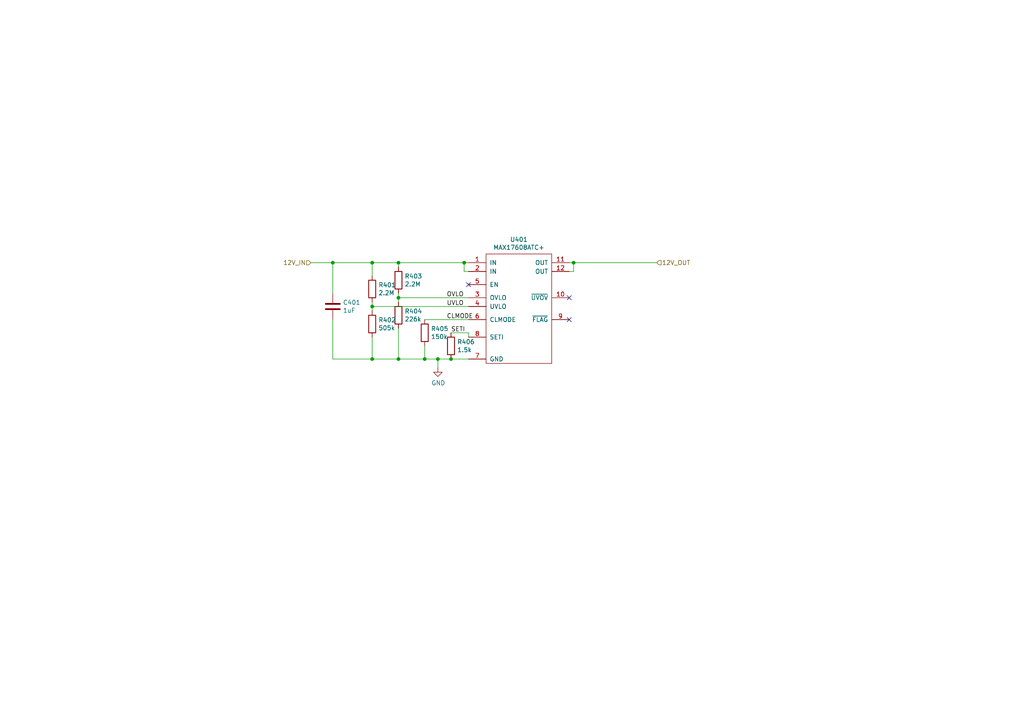
<source format=kicad_sch>
(kicad_sch (version 20211123) (generator eeschema)

  (uuid 5a390647-51ba-4684-b747-9001f749ff71)

  (paper "A4")

  (lib_symbols
    (symbol "Device:C" (pin_numbers hide) (pin_names (offset 0.254)) (in_bom yes) (on_board yes)
      (property "Reference" "C" (id 0) (at 0.635 2.54 0)
        (effects (font (size 1.27 1.27)) (justify left))
      )
      (property "Value" "C" (id 1) (at 0.635 -2.54 0)
        (effects (font (size 1.27 1.27)) (justify left))
      )
      (property "Footprint" "" (id 2) (at 0.9652 -3.81 0)
        (effects (font (size 1.27 1.27)) hide)
      )
      (property "Datasheet" "~" (id 3) (at 0 0 0)
        (effects (font (size 1.27 1.27)) hide)
      )
      (property "ki_keywords" "cap capacitor" (id 4) (at 0 0 0)
        (effects (font (size 1.27 1.27)) hide)
      )
      (property "ki_description" "Unpolarized capacitor" (id 5) (at 0 0 0)
        (effects (font (size 1.27 1.27)) hide)
      )
      (property "ki_fp_filters" "C_*" (id 6) (at 0 0 0)
        (effects (font (size 1.27 1.27)) hide)
      )
      (symbol "C_0_1"
        (polyline
          (pts
            (xy -2.032 -0.762)
            (xy 2.032 -0.762)
          )
          (stroke (width 0.508) (type default) (color 0 0 0 0))
          (fill (type none))
        )
        (polyline
          (pts
            (xy -2.032 0.762)
            (xy 2.032 0.762)
          )
          (stroke (width 0.508) (type default) (color 0 0 0 0))
          (fill (type none))
        )
      )
      (symbol "C_1_1"
        (pin passive line (at 0 3.81 270) (length 2.794)
          (name "~" (effects (font (size 1.27 1.27))))
          (number "1" (effects (font (size 1.27 1.27))))
        )
        (pin passive line (at 0 -3.81 90) (length 2.794)
          (name "~" (effects (font (size 1.27 1.27))))
          (number "2" (effects (font (size 1.27 1.27))))
        )
      )
    )
    (symbol "Device:R" (pin_numbers hide) (pin_names (offset 0)) (in_bom yes) (on_board yes)
      (property "Reference" "R" (id 0) (at 2.032 0 90)
        (effects (font (size 1.27 1.27)))
      )
      (property "Value" "R" (id 1) (at 0 0 90)
        (effects (font (size 1.27 1.27)))
      )
      (property "Footprint" "" (id 2) (at -1.778 0 90)
        (effects (font (size 1.27 1.27)) hide)
      )
      (property "Datasheet" "~" (id 3) (at 0 0 0)
        (effects (font (size 1.27 1.27)) hide)
      )
      (property "ki_keywords" "R res resistor" (id 4) (at 0 0 0)
        (effects (font (size 1.27 1.27)) hide)
      )
      (property "ki_description" "Resistor" (id 5) (at 0 0 0)
        (effects (font (size 1.27 1.27)) hide)
      )
      (property "ki_fp_filters" "R_*" (id 6) (at 0 0 0)
        (effects (font (size 1.27 1.27)) hide)
      )
      (symbol "R_0_1"
        (rectangle (start -1.016 -2.54) (end 1.016 2.54)
          (stroke (width 0.254) (type default) (color 0 0 0 0))
          (fill (type none))
        )
      )
      (symbol "R_1_1"
        (pin passive line (at 0 3.81 270) (length 1.27)
          (name "~" (effects (font (size 1.27 1.27))))
          (number "1" (effects (font (size 1.27 1.27))))
        )
        (pin passive line (at 0 -3.81 90) (length 1.27)
          (name "~" (effects (font (size 1.27 1.27))))
          (number "2" (effects (font (size 1.27 1.27))))
        )
      )
    )
    (symbol "LHRE_Component_Library:MAX17608ATC+" (pin_names (offset 1.016)) (in_bom yes) (on_board yes)
      (property "Reference" "U" (id 0) (at -11.43 13.97 0)
        (effects (font (size 1.27 1.27)))
      )
      (property "Value" "LHRE_Component_Library_MAX17608ATC+" (id 1) (at 7.62 13.97 0)
        (effects (font (size 1.27 1.27)))
      )
      (property "Footprint" "" (id 2) (at 0 0 0)
        (effects (font (size 1.27 1.27)) hide)
      )
      (property "Datasheet" "" (id 3) (at -11.43 13.97 0)
        (effects (font (size 1.27 1.27)) hide)
      )
      (property "Manufacturer" "Maxim Integrated" (id 4) (at -8.89 16.51 0)
        (effects (font (size 1.27 1.27)) hide)
      )
      (property "Part Number" "MAX1760ATC+" (id 5) (at -6.35 19.05 0)
        (effects (font (size 1.27 1.27)) hide)
      )
      (property "Description" "IC 1A OVP/OVC REV PROTECT TDFN" (id 6) (at -3.81 21.59 0)
        (effects (font (size 1.27 1.27)) hide)
      )
      (property "Package" "12-TDFN" (id 7) (at -1.27 24.13 0)
        (effects (font (size 1.27 1.27)) hide)
      )
      (symbol "MAX17608ATC+_0_1"
        (rectangle (start 10.16 12.7) (end -8.89 -19.05)
          (stroke (width 0) (type default) (color 0 0 0 0))
          (fill (type none))
        )
      )
      (symbol "MAX17608ATC+_1_1"
        (pin power_in line (at -13.97 10.16 0) (length 5.08)
          (name "IN" (effects (font (size 1.27 1.27))))
          (number "1" (effects (font (size 1.27 1.27))))
        )
        (pin output line (at 15.24 0 180) (length 5.08)
          (name "~{UVOV}" (effects (font (size 1.27 1.27))))
          (number "10" (effects (font (size 1.27 1.27))))
        )
        (pin power_out line (at 15.24 10.16 180) (length 5.08)
          (name "OUT" (effects (font (size 1.27 1.27))))
          (number "11" (effects (font (size 1.27 1.27))))
        )
        (pin power_out line (at 15.24 7.62 180) (length 5.08)
          (name "OUT" (effects (font (size 1.27 1.27))))
          (number "12" (effects (font (size 1.27 1.27))))
        )
        (pin power_in line (at -13.97 7.62 0) (length 5.08)
          (name "IN" (effects (font (size 1.27 1.27))))
          (number "2" (effects (font (size 1.27 1.27))))
        )
        (pin input line (at -13.97 0 0) (length 5.08)
          (name "OVLO" (effects (font (size 1.27 1.27))))
          (number "3" (effects (font (size 1.27 1.27))))
        )
        (pin input line (at -13.97 -2.54 0) (length 5.08)
          (name "UVLO" (effects (font (size 1.27 1.27))))
          (number "4" (effects (font (size 1.27 1.27))))
        )
        (pin input line (at -13.97 3.81 0) (length 5.08)
          (name "EN" (effects (font (size 1.27 1.27))))
          (number "5" (effects (font (size 1.27 1.27))))
        )
        (pin input line (at -13.97 -6.35 0) (length 5.08)
          (name "CLMODE" (effects (font (size 1.27 1.27))))
          (number "6" (effects (font (size 1.27 1.27))))
        )
        (pin power_in line (at -13.97 -17.78 0) (length 5.08)
          (name "GND" (effects (font (size 1.27 1.27))))
          (number "7" (effects (font (size 1.27 1.27))))
        )
        (pin input line (at -13.97 -11.43 0) (length 5.08)
          (name "SETI" (effects (font (size 1.27 1.27))))
          (number "8" (effects (font (size 1.27 1.27))))
        )
        (pin output line (at 15.24 -6.35 180) (length 5.08)
          (name "~{FLAG}" (effects (font (size 1.27 1.27))))
          (number "9" (effects (font (size 1.27 1.27))))
        )
      )
    )
    (symbol "power:GND" (power) (pin_names (offset 0)) (in_bom yes) (on_board yes)
      (property "Reference" "#PWR" (id 0) (at 0 -6.35 0)
        (effects (font (size 1.27 1.27)) hide)
      )
      (property "Value" "GND" (id 1) (at 0 -3.81 0)
        (effects (font (size 1.27 1.27)))
      )
      (property "Footprint" "" (id 2) (at 0 0 0)
        (effects (font (size 1.27 1.27)) hide)
      )
      (property "Datasheet" "" (id 3) (at 0 0 0)
        (effects (font (size 1.27 1.27)) hide)
      )
      (property "ki_keywords" "power-flag" (id 4) (at 0 0 0)
        (effects (font (size 1.27 1.27)) hide)
      )
      (property "ki_description" "Power symbol creates a global label with name \"GND\" , ground" (id 5) (at 0 0 0)
        (effects (font (size 1.27 1.27)) hide)
      )
      (symbol "GND_0_1"
        (polyline
          (pts
            (xy 0 0)
            (xy 0 -1.27)
            (xy 1.27 -1.27)
            (xy 0 -2.54)
            (xy -1.27 -1.27)
            (xy 0 -1.27)
          )
          (stroke (width 0) (type default) (color 0 0 0 0))
          (fill (type none))
        )
      )
      (symbol "GND_1_1"
        (pin power_in line (at 0 0 270) (length 0) hide
          (name "GND" (effects (font (size 1.27 1.27))))
          (number "1" (effects (font (size 1.27 1.27))))
        )
      )
    )
  )

  (junction (at 107.95 104.14) (diameter 0) (color 0 0 0 0)
    (uuid 0a8dfc5c-35dc-4e44-a2bf-5968ebf90cca)
  )
  (junction (at 115.57 76.2) (diameter 0) (color 0 0 0 0)
    (uuid 251669f2-aed1-46fe-b2e4-9582ff1e4084)
  )
  (junction (at 123.19 104.14) (diameter 0) (color 0 0 0 0)
    (uuid 39845449-7a31-4262-86b1-e7af14a6659f)
  )
  (junction (at 107.95 76.2) (diameter 0) (color 0 0 0 0)
    (uuid 3c3e06bd-c8bb-4ec8-84e0-f7f9437909b3)
  )
  (junction (at 115.57 104.14) (diameter 0) (color 0 0 0 0)
    (uuid 4d967454-338c-4b89-8534-9457e15bf2f2)
  )
  (junction (at 96.52 76.2) (diameter 0) (color 0 0 0 0)
    (uuid 64d1d0fe-4fd6-4a55-8314-56a651e1ccab)
  )
  (junction (at 107.95 88.9) (diameter 0) (color 0 0 0 0)
    (uuid 77ef8901-6325-4427-901a-4acd9074dd7b)
  )
  (junction (at 130.81 104.14) (diameter 0) (color 0 0 0 0)
    (uuid 80f8c1b4-10dd-40fe-b7f7-67988bc3ad81)
  )
  (junction (at 166.37 76.2) (diameter 0) (color 0 0 0 0)
    (uuid 94c3d0e3-d7fb-421d-bbb4-5c800d76c809)
  )
  (junction (at 127 104.14) (diameter 0) (color 0 0 0 0)
    (uuid c7f7bd58-1ebd-40fd-a39d-a95530a751b6)
  )
  (junction (at 134.62 76.2) (diameter 0) (color 0 0 0 0)
    (uuid d70d1cd3-1668-4688-8eb7-f773efb7bb87)
  )
  (junction (at 115.57 86.36) (diameter 0) (color 0 0 0 0)
    (uuid fead07ab-5a70-40db-ada8-c72dcc827bfc)
  )

  (no_connect (at 165.1 86.36) (uuid 2295a793-dfca-4b86-a3e5-abf1834e2790))
  (no_connect (at 135.89 82.55) (uuid d6040293-95f0-436a-938c-ad69875a4be8))
  (no_connect (at 165.1 92.71) (uuid e77c17df-b20e-4e7d-b937-f281c75a0014))

  (wire (pts (xy 135.89 88.9) (xy 107.95 88.9))
    (stroke (width 0) (type default) (color 0 0 0 0))
    (uuid 01024d27-e392-4482-9e67-565b0c294fe8)
  )
  (wire (pts (xy 123.19 104.14) (xy 127 104.14))
    (stroke (width 0) (type default) (color 0 0 0 0))
    (uuid 07652224-af43-42a2-841c-1883ba305bc4)
  )
  (wire (pts (xy 115.57 85.09) (xy 115.57 86.36))
    (stroke (width 0) (type default) (color 0 0 0 0))
    (uuid 2026567f-be64-41dd-8011-b0897ba0ff2e)
  )
  (wire (pts (xy 107.95 80.01) (xy 107.95 76.2))
    (stroke (width 0) (type default) (color 0 0 0 0))
    (uuid 311665d9-0fab-4325-8b46-f3638bf521df)
  )
  (wire (pts (xy 115.57 76.2) (xy 134.62 76.2))
    (stroke (width 0) (type default) (color 0 0 0 0))
    (uuid 3198b8ca-7d11-4e0c-89a4-c173f9fcf724)
  )
  (wire (pts (xy 134.62 76.2) (xy 134.62 78.74))
    (stroke (width 0) (type default) (color 0 0 0 0))
    (uuid 3656bb3f-f8a4-4f3a-8e9a-ec6203c87a56)
  )
  (wire (pts (xy 127 104.14) (xy 130.81 104.14))
    (stroke (width 0) (type default) (color 0 0 0 0))
    (uuid 3c121a93-b189-409b-a104-2bdd37ff0b51)
  )
  (wire (pts (xy 134.62 76.2) (xy 135.89 76.2))
    (stroke (width 0) (type default) (color 0 0 0 0))
    (uuid 3c646c61-400f-4f60-98b8-05ed5e632a3f)
  )
  (wire (pts (xy 115.57 104.14) (xy 123.19 104.14))
    (stroke (width 0) (type default) (color 0 0 0 0))
    (uuid 3d416885-b8b5-4f5c-bc29-39c6376095e8)
  )
  (wire (pts (xy 135.89 92.71) (xy 123.19 92.71))
    (stroke (width 0) (type default) (color 0 0 0 0))
    (uuid 4f2f68c4-6fa0-45ce-b5c2-e911daddcd12)
  )
  (wire (pts (xy 96.52 104.14) (xy 107.95 104.14))
    (stroke (width 0) (type default) (color 0 0 0 0))
    (uuid 5a397f61-35c4-4c18-9dcd-73a2d44cc9af)
  )
  (wire (pts (xy 96.52 92.71) (xy 96.52 104.14))
    (stroke (width 0) (type default) (color 0 0 0 0))
    (uuid 5cff09b0-b3d4-41a7-a6a4-7f917b40eda9)
  )
  (wire (pts (xy 107.95 76.2) (xy 115.57 76.2))
    (stroke (width 0) (type default) (color 0 0 0 0))
    (uuid 5eedf685-0df3-4da8-aded-0e6ed1cb2507)
  )
  (wire (pts (xy 127 106.68) (xy 127 104.14))
    (stroke (width 0) (type default) (color 0 0 0 0))
    (uuid 6b8ac91e-9d2b-49db-8a80-1da009ad1c5e)
  )
  (wire (pts (xy 135.89 96.52) (xy 130.81 96.52))
    (stroke (width 0) (type default) (color 0 0 0 0))
    (uuid 6ea0f2f7-b064-4b8f-bd17-48195d1c83d1)
  )
  (wire (pts (xy 96.52 85.09) (xy 96.52 76.2))
    (stroke (width 0) (type default) (color 0 0 0 0))
    (uuid 70cda344-73be-4466-a097-1fd56f3b19e2)
  )
  (wire (pts (xy 135.89 97.79) (xy 135.89 96.52))
    (stroke (width 0) (type default) (color 0 0 0 0))
    (uuid 725579dd-9ec6-473d-8843-6a11e99f108c)
  )
  (wire (pts (xy 115.57 86.36) (xy 115.57 87.63))
    (stroke (width 0) (type default) (color 0 0 0 0))
    (uuid 7943ed8c-e760-4ace-9c5f-baf5589fae39)
  )
  (wire (pts (xy 115.57 104.14) (xy 107.95 104.14))
    (stroke (width 0) (type default) (color 0 0 0 0))
    (uuid 7eb32ed1-4320-49ba-8487-1c88e4824fe3)
  )
  (wire (pts (xy 107.95 88.9) (xy 107.95 90.17))
    (stroke (width 0) (type default) (color 0 0 0 0))
    (uuid 88a17e56-466a-45e7-9047-7346a507f505)
  )
  (wire (pts (xy 115.57 77.47) (xy 115.57 76.2))
    (stroke (width 0) (type default) (color 0 0 0 0))
    (uuid 8aeda7bd-b078-427a-a185-d5bc595c6436)
  )
  (wire (pts (xy 115.57 95.25) (xy 115.57 104.14))
    (stroke (width 0) (type default) (color 0 0 0 0))
    (uuid 90fd611c-300b-48cf-a7c4-0d604953cd00)
  )
  (wire (pts (xy 115.57 86.36) (xy 135.89 86.36))
    (stroke (width 0) (type default) (color 0 0 0 0))
    (uuid 981ff4de-0330-4757-b746-0cb983df5e7c)
  )
  (wire (pts (xy 166.37 78.74) (xy 166.37 76.2))
    (stroke (width 0) (type default) (color 0 0 0 0))
    (uuid 9a595c4c-9ac1-4ae3-8ff3-1b7f2281a894)
  )
  (wire (pts (xy 190.5 76.2) (xy 166.37 76.2))
    (stroke (width 0) (type default) (color 0 0 0 0))
    (uuid 9b07d532-5f76-4469-8dbf-25ac27eef589)
  )
  (wire (pts (xy 165.1 78.74) (xy 166.37 78.74))
    (stroke (width 0) (type default) (color 0 0 0 0))
    (uuid a26bdee6-0e16-4ea6-87f7-fb32c714896e)
  )
  (wire (pts (xy 90.17 76.2) (xy 96.52 76.2))
    (stroke (width 0) (type default) (color 0 0 0 0))
    (uuid a323243c-4cab-4689-aa04-1e663cf86177)
  )
  (wire (pts (xy 107.95 88.9) (xy 107.95 87.63))
    (stroke (width 0) (type default) (color 0 0 0 0))
    (uuid acf5d924-0760-425a-996c-c1d965700be8)
  )
  (wire (pts (xy 130.81 104.14) (xy 135.89 104.14))
    (stroke (width 0) (type default) (color 0 0 0 0))
    (uuid be5bbcc0-5b09-43de-a42f-297f80f602a5)
  )
  (wire (pts (xy 96.52 76.2) (xy 107.95 76.2))
    (stroke (width 0) (type default) (color 0 0 0 0))
    (uuid bf4036b4-c410-489a-b46c-abee2c31db09)
  )
  (wire (pts (xy 123.19 100.33) (xy 123.19 104.14))
    (stroke (width 0) (type default) (color 0 0 0 0))
    (uuid dd6c35f3-ae45-4706-ad6f-8028797ca8e0)
  )
  (wire (pts (xy 166.37 76.2) (xy 165.1 76.2))
    (stroke (width 0) (type default) (color 0 0 0 0))
    (uuid ea28e946-b74f-4ba8-ac7b-b1884c5e7296)
  )
  (wire (pts (xy 134.62 78.74) (xy 135.89 78.74))
    (stroke (width 0) (type default) (color 0 0 0 0))
    (uuid eb6a726e-fed9-4891-95fa-b4d4a5f77b35)
  )
  (wire (pts (xy 107.95 104.14) (xy 107.95 97.79))
    (stroke (width 0) (type default) (color 0 0 0 0))
    (uuid fc4f0835-889b-4d2e-876e-ca524c79ae62)
  )

  (label "CLMODE" (at 129.54 92.71 0)
    (effects (font (size 1.27 1.27)) (justify left bottom))
    (uuid 46491a9d-8b3d-4c74-b09a-70c876f162e5)
  )
  (label "OVLO" (at 129.54 86.36 0)
    (effects (font (size 1.27 1.27)) (justify left bottom))
    (uuid acb0068c-c0e7-44cf-a209-296716acb6a2)
  )
  (label "UVLO" (at 129.54 88.9 0)
    (effects (font (size 1.27 1.27)) (justify left bottom))
    (uuid cdfb661b-489b-4b76-99f4-62b92bb1ab18)
  )
  (label "SETI" (at 130.81 96.52 0)
    (effects (font (size 1.27 1.27)) (justify left bottom))
    (uuid e80b0e91-f15f-4e36-9a9c-b2cfd5a01d2a)
  )

  (hierarchical_label "12V_IN" (shape input) (at 90.17 76.2 180)
    (effects (font (size 1.27 1.27)) (justify right))
    (uuid 5a33f5a4-a470-4c04-9e2d-532b5f01a5d6)
  )
  (hierarchical_label "12V_OUT" (shape input) (at 190.5 76.2 0)
    (effects (font (size 1.27 1.27)) (justify left))
    (uuid acb6c3f3-e677-4f35-9fc2-138ba10f33af)
  )

  (symbol (lib_id "Device:C") (at 96.52 88.9 0) (unit 1)
    (in_bom yes) (on_board yes)
    (uuid 00000000-0000-0000-0000-00005bbae17e)
    (property "Reference" "C401" (id 0) (at 99.441 87.7316 0)
      (effects (font (size 1.27 1.27)) (justify left))
    )
    (property "Value" "1uF" (id 1) (at 99.441 90.043 0)
      (effects (font (size 1.27 1.27)) (justify left))
    )
    (property "Footprint" "Capacitor_SMD:C_0805_2012Metric_Pad1.15x1.40mm_HandSolder" (id 2) (at 97.4852 92.71 0)
      (effects (font (size 1.27 1.27)) hide)
    )
    (property "Datasheet" "~" (id 3) (at 96.52 88.9 0)
      (effects (font (size 1.27 1.27)) hide)
    )
    (property "Description" "CAP CER 1UF 25V X7R 0805" (id 4) (at 121.92 100.33 90)
      (effects (font (size 1.524 1.524)) hide)
    )
    (property "Package" "0805" (id 5) (at 121.92 100.33 90)
      (effects (font (size 1.524 1.524)) hide)
    )
    (property "Manufacturer" "." (id 6) (at 121.92 100.33 90)
      (effects (font (size 1.524 1.524)) hide)
    )
    (property "Part Number" "" (id 7) (at 121.92 100.33 90)
      (effects (font (size 1.524 1.524)) hide)
    )
    (pin "1" (uuid c8f75153-ffc5-4770-bc65-4dba46bcc524))
    (pin "2" (uuid c5328003-7aee-4519-a1d5-9a88f07e5e84))
  )

  (symbol (lib_id "LHRE_Component_Library:MAX17608ATC+") (at 149.86 86.36 0) (unit 1)
    (in_bom yes) (on_board yes)
    (uuid 00000000-0000-0000-0000-00005bbb5cf6)
    (property "Reference" "U401" (id 0) (at 150.495 69.469 0))
    (property "Value" "MAX17608ATC+" (id 1) (at 150.495 71.7804 0))
    (property "Footprint" "Package_DFN_QFN:DFN-12-1EP_3x3mm_P0.45mm_EP1.66x2.38mm" (id 2) (at 149.86 86.36 0)
      (effects (font (size 1.27 1.27)) hide)
    )
    (property "Datasheet" "https://datasheet.octopart.com/MAX17608ATC%2B-Maxim-Integrated-datasheet-104418516.pdf" (id 3) (at 138.43 72.39 0)
      (effects (font (size 1.27 1.27)) hide)
    )
    (property "Manufacturer" "Maxim Integrated" (id 4) (at 140.97 69.85 0)
      (effects (font (size 1.27 1.27)) hide)
    )
    (property "Part Number" "MAX1760ATC+" (id 5) (at 143.51 67.31 0)
      (effects (font (size 1.27 1.27)) hide)
    )
    (property "Description" "IC 1A OVP/OVC REV PROTECT TDFN" (id 6) (at 146.05 64.77 0)
      (effects (font (size 1.27 1.27)) hide)
    )
    (property "Package" "12-TDFN" (id 7) (at 148.59 62.23 0)
      (effects (font (size 1.27 1.27)) hide)
    )
    (pin "1" (uuid d78bd2f0-f023-4fce-b4a8-e59dab7752ef))
    (pin "10" (uuid b771a3b4-0204-4333-8f9a-30a6b7140b30))
    (pin "11" (uuid c328b606-b57e-4e9b-bbb6-889af7382ea7))
    (pin "12" (uuid 54e19402-a5d6-43f9-a51c-dbea921c8c56))
    (pin "2" (uuid 27eac6fc-b4c3-450d-9834-a05782cc6ec1))
    (pin "3" (uuid 77be933e-0f18-4b12-9907-ddeeac4a7a03))
    (pin "4" (uuid f22e4b8a-562e-4488-8e36-643f31826979))
    (pin "5" (uuid 0ce40f8f-dba2-441b-a139-1efd1bf59e35))
    (pin "6" (uuid 195a09d1-9eb2-43da-8bc1-40312ee0c09b))
    (pin "7" (uuid a467e634-3960-468c-ad30-f8c501bba4f4))
    (pin "8" (uuid 594075b5-ec5f-499e-9904-07c9e4e93ae3))
    (pin "9" (uuid 4fba1e99-e08b-47c0-9ce0-f764d18c14d8))
  )

  (symbol (lib_id "Device:R") (at 115.57 81.28 0) (unit 1)
    (in_bom yes) (on_board yes)
    (uuid 00000000-0000-0000-0000-00005bbb5dad)
    (property "Reference" "R403" (id 0) (at 117.348 80.1116 0)
      (effects (font (size 1.27 1.27)) (justify left))
    )
    (property "Value" "2.2M" (id 1) (at 117.348 82.423 0)
      (effects (font (size 1.27 1.27)) (justify left))
    )
    (property "Footprint" "Resistor_SMD:R_0603_1608Metric_Pad1.05x0.95mm_HandSolder" (id 2) (at 113.792 81.28 90)
      (effects (font (size 1.27 1.27)) hide)
    )
    (property "Datasheet" "~" (id 3) (at 115.57 81.28 0)
      (effects (font (size 1.27 1.27)) hide)
    )
    (property "Manufacturer" "." (id 4) (at 121.92 85.09 90)
      (effects (font (size 1.524 1.524)) hide)
    )
    (property "Part Number" "." (id 5) (at 121.92 85.09 90)
      (effects (font (size 1.524 1.524)) hide)
    )
    (property "Description" "RES SMD 2.2M OHM 1% 0603" (id 6) (at 121.92 85.09 90)
      (effects (font (size 1.524 1.524)) hide)
    )
    (property "Package" "0603" (id 7) (at 121.92 85.09 90)
      (effects (font (size 1.524 1.524)) hide)
    )
    (pin "1" (uuid 12bfa9c4-8f31-49e9-9b2e-8dbfce181653))
    (pin "2" (uuid 69ee538e-117b-4a2c-a61c-ca2eaee594f9))
  )

  (symbol (lib_id "Device:R") (at 115.57 91.44 0) (unit 1)
    (in_bom yes) (on_board yes)
    (uuid 00000000-0000-0000-0000-00005bbb5de7)
    (property "Reference" "R404" (id 0) (at 117.348 90.2716 0)
      (effects (font (size 1.27 1.27)) (justify left))
    )
    (property "Value" "226k" (id 1) (at 117.348 92.583 0)
      (effects (font (size 1.27 1.27)) (justify left))
    )
    (property "Footprint" "Resistor_SMD:R_0603_1608Metric_Pad1.05x0.95mm_HandSolder" (id 2) (at 113.792 91.44 90)
      (effects (font (size 1.27 1.27)) hide)
    )
    (property "Datasheet" "~" (id 3) (at 115.57 91.44 0)
      (effects (font (size 1.27 1.27)) hide)
    )
    (property "Manufacturer" "." (id 4) (at 121.92 105.41 90)
      (effects (font (size 1.524 1.524)) hide)
    )
    (property "Part Number" "." (id 5) (at 121.92 105.41 90)
      (effects (font (size 1.524 1.524)) hide)
    )
    (property "Description" "RES SMD 226K OHM 1% 0603" (id 6) (at 121.92 105.41 90)
      (effects (font (size 1.524 1.524)) hide)
    )
    (property "Package" "0603" (id 7) (at 121.92 105.41 90)
      (effects (font (size 1.524 1.524)) hide)
    )
    (pin "1" (uuid 6feee2e7-86c8-4000-b728-714a23750608))
    (pin "2" (uuid 335b6517-ea4c-4118-ad85-99a74ff64842))
  )

  (symbol (lib_id "Device:R") (at 107.95 83.82 0) (unit 1)
    (in_bom yes) (on_board yes)
    (uuid 00000000-0000-0000-0000-00005bbb5e37)
    (property "Reference" "R401" (id 0) (at 109.728 82.6516 0)
      (effects (font (size 1.27 1.27)) (justify left))
    )
    (property "Value" "2.2M" (id 1) (at 109.728 84.963 0)
      (effects (font (size 1.27 1.27)) (justify left))
    )
    (property "Footprint" "Resistor_SMD:R_0603_1608Metric_Pad1.05x0.95mm_HandSolder" (id 2) (at 106.172 83.82 90)
      (effects (font (size 1.27 1.27)) hide)
    )
    (property "Datasheet" "~" (id 3) (at 107.95 83.82 0)
      (effects (font (size 1.27 1.27)) hide)
    )
    (property "Manufacturer" "." (id 4) (at 121.92 90.17 90)
      (effects (font (size 1.524 1.524)) hide)
    )
    (property "Part Number" "." (id 5) (at 121.92 90.17 90)
      (effects (font (size 1.524 1.524)) hide)
    )
    (property "Description" "RES SMD 2.2M OHM 1% 0603" (id 6) (at 121.92 90.17 90)
      (effects (font (size 1.524 1.524)) hide)
    )
    (property "Package" "0603" (id 7) (at 121.92 90.17 90)
      (effects (font (size 1.524 1.524)) hide)
    )
    (pin "1" (uuid fdc7a6a8-6ee1-4bdc-bab1-cef2ba79110b))
    (pin "2" (uuid dc1e85e9-d043-4ae7-b23f-5675279dc98d))
  )

  (symbol (lib_id "Device:R") (at 107.95 93.98 0) (unit 1)
    (in_bom yes) (on_board yes)
    (uuid 00000000-0000-0000-0000-00005bbb5e55)
    (property "Reference" "R402" (id 0) (at 109.728 92.8116 0)
      (effects (font (size 1.27 1.27)) (justify left))
    )
    (property "Value" "505k" (id 1) (at 109.728 95.123 0)
      (effects (font (size 1.27 1.27)) (justify left))
    )
    (property "Footprint" "Resistor_SMD:R_0603_1608Metric_Pad1.05x0.95mm_HandSolder" (id 2) (at 106.172 93.98 90)
      (effects (font (size 1.27 1.27)) hide)
    )
    (property "Datasheet" "~" (id 3) (at 107.95 93.98 0)
      (effects (font (size 1.27 1.27)) hide)
    )
    (property "Manufacturer" "." (id 4) (at 121.92 110.49 90)
      (effects (font (size 1.524 1.524)) hide)
    )
    (property "Part Number" "." (id 5) (at 121.92 110.49 90)
      (effects (font (size 1.524 1.524)) hide)
    )
    (property "Description" "RES SMD 505K OHM 1% 0603" (id 6) (at 121.92 110.49 90)
      (effects (font (size 1.524 1.524)) hide)
    )
    (property "Package" "0603" (id 7) (at 121.92 110.49 90)
      (effects (font (size 1.524 1.524)) hide)
    )
    (pin "1" (uuid e974b80e-4947-4497-b450-2b75bd54db3d))
    (pin "2" (uuid 52504f90-dc9b-453e-bc6d-397703f990a6))
  )

  (symbol (lib_id "power:GND") (at 127 106.68 0) (unit 1)
    (in_bom yes) (on_board yes)
    (uuid 00000000-0000-0000-0000-00005bbb5f26)
    (property "Reference" "#PWR0401" (id 0) (at 127 113.03 0)
      (effects (font (size 1.27 1.27)) hide)
    )
    (property "Value" "GND" (id 1) (at 127.127 111.0742 0))
    (property "Footprint" "" (id 2) (at 127 106.68 0)
      (effects (font (size 1.27 1.27)) hide)
    )
    (property "Datasheet" "" (id 3) (at 127 106.68 0)
      (effects (font (size 1.27 1.27)) hide)
    )
    (pin "1" (uuid 480d190e-0a7a-46d8-ad9f-17da9475bbc5))
  )

  (symbol (lib_id "Device:R") (at 123.19 96.52 0) (unit 1)
    (in_bom yes) (on_board yes)
    (uuid 00000000-0000-0000-0000-00005bbb8271)
    (property "Reference" "R405" (id 0) (at 124.968 95.3516 0)
      (effects (font (size 1.27 1.27)) (justify left))
    )
    (property "Value" "150k" (id 1) (at 124.968 97.663 0)
      (effects (font (size 1.27 1.27)) (justify left))
    )
    (property "Footprint" "Resistor_SMD:R_0603_1608Metric_Pad1.05x0.95mm_HandSolder" (id 2) (at 121.412 96.52 90)
      (effects (font (size 1.27 1.27)) hide)
    )
    (property "Datasheet" "~" (id 3) (at 123.19 96.52 0)
      (effects (font (size 1.27 1.27)) hide)
    )
    (property "Manufacturer" "." (id 4) (at 121.92 115.57 90)
      (effects (font (size 1.524 1.524)) hide)
    )
    (property "Part Number" "." (id 5) (at 121.92 115.57 90)
      (effects (font (size 1.524 1.524)) hide)
    )
    (property "Description" "RES SMD 150K OHM 1% 0603" (id 6) (at 121.92 115.57 90)
      (effects (font (size 1.524 1.524)) hide)
    )
    (property "Package" "0603" (id 7) (at 121.92 115.57 90)
      (effects (font (size 1.524 1.524)) hide)
    )
    (pin "1" (uuid 99260a21-669a-468a-8fe9-192b358cc2e7))
    (pin "2" (uuid 4cf91ca5-1980-41bb-a4be-0f11b8b31f9a))
  )

  (symbol (lib_id "Device:R") (at 130.81 100.33 0) (unit 1)
    (in_bom yes) (on_board yes)
    (uuid 00000000-0000-0000-0000-00005bbb882d)
    (property "Reference" "R406" (id 0) (at 132.588 99.1616 0)
      (effects (font (size 1.27 1.27)) (justify left))
    )
    (property "Value" "1.5k" (id 1) (at 132.588 101.473 0)
      (effects (font (size 1.27 1.27)) (justify left))
    )
    (property "Footprint" "Resistor_SMD:R_0603_1608Metric_Pad1.05x0.95mm_HandSolder" (id 2) (at 129.032 100.33 90)
      (effects (font (size 1.27 1.27)) hide)
    )
    (property "Datasheet" "~" (id 3) (at 130.81 100.33 0)
      (effects (font (size 1.27 1.27)) hide)
    )
    (property "Manufacturer" "." (id 4) (at 121.92 123.19 90)
      (effects (font (size 1.524 1.524)) hide)
    )
    (property "Part Number" "." (id 5) (at 121.92 123.19 90)
      (effects (font (size 1.524 1.524)) hide)
    )
    (property "Description" "RES SMD 1.5K OHM 1% 0603" (id 6) (at 121.92 123.19 90)
      (effects (font (size 1.524 1.524)) hide)
    )
    (property "Package" "0603" (id 7) (at 121.92 123.19 90)
      (effects (font (size 1.524 1.524)) hide)
    )
    (pin "1" (uuid 283151da-1720-4ed4-b560-9aefe5141f8b))
    (pin "2" (uuid c63174ee-cf5f-4db8-ae07-a8766a24b668))
  )
)

</source>
